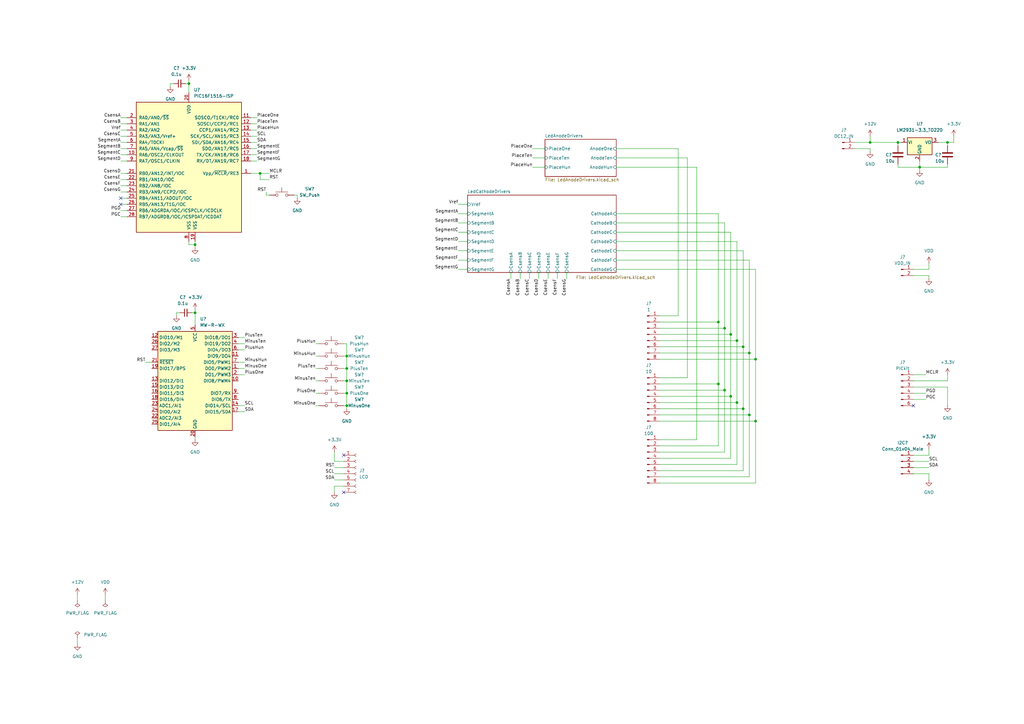
<source format=kicad_sch>
(kicad_sch (version 20211123) (generator eeschema)
  (paper "A3")
  (lib_symbols
    (symbol "Connector:Conn_01x02_Male" (pin_names (offset 1.016) hide)
      (property "Reference" "J" (at 0 2.54 0))
      (property "Value" "Conn_01x02_Male" (at 0 -5.08 0))
      (symbol "Conn_01x02_Male_1_1"
        (polyline (pts (xy 1.27 -2.54) (xy 0.8636 -2.54)) (stroke (width 0.1524)))
        (polyline (pts (xy 1.27 0) (xy 0.8636 0)) (stroke (width 0.1524)))
        (rectangle (start 0.8636 -2.413) (end 0 -2.667) (stroke (width 0.1524)) (fill (type outline)))
        (rectangle (start 0.8636 0.127) (end 0 -0.127) (stroke (width 0.1524)) (fill (type outline)))
        (pin passive line (at 5.08 0 180) (length 3.81) (name "Pin_1") (number "1"))
        (pin passive line (at 5.08 -2.54 180) (length 3.81) (name "Pin_2") (number "2"))
      )
    )
    (symbol "Connector:Conn_01x04_Male" (pin_names (offset 1.016) hide)
      (property "Reference" "J" (at 0 5.08 0))
      (property "Value" "Conn_01x04_Male" (at 0 -7.62 0))
      (symbol "Conn_01x04_Male_1_1"
        (polyline (pts (xy 1.27 -5.08) (xy 0.8636 -5.08)) (stroke (width 0.1524)))
        (polyline (pts (xy 1.27 -2.54) (xy 0.8636 -2.54)) (stroke (width 0.1524)))
        (polyline (pts (xy 1.27 0) (xy 0.8636 0)) (stroke (width 0.1524)))
        (polyline (pts (xy 1.27 2.54) (xy 0.8636 2.54)) (stroke (width 0.1524)))
        (rectangle (start 0.8636 -4.953) (end 0 -5.207) (stroke (width 0.1524)) (fill (type outline)))
        (rectangle (start 0.8636 -2.413) (end 0 -2.667) (stroke (width 0.1524)) (fill (type outline)))
        (rectangle (start 0.8636 0.127) (end 0 -0.127) (stroke (width 0.1524)) (fill (type outline)))
        (rectangle (start 0.8636 2.667) (end 0 2.413) (stroke (width 0.1524)) (fill (type outline)))
        (pin passive line (at 5.08 2.54 180) (length 3.81) (name "Pin_1") (number "1"))
        (pin passive line (at 5.08 0 180) (length 3.81) (name "Pin_2") (number "2"))
        (pin passive line (at 5.08 -2.54 180) (length 3.81) (name "Pin_3") (number "3"))
        (pin passive line (at 5.08 -5.08 180) (length 3.81) (name "Pin_4") (number "4"))
      )
    )
    (symbol "Connector:Conn_01x06_Male" (pin_names (offset 1.016) hide)
      (property "Reference" "J" (at 0 7.62 0))
      (property "Value" "Conn_01x06_Male" (at 0 -10.16 0))
      (symbol "Conn_01x06_Male_1_1"
        (polyline (pts (xy 1.27 -7.62) (xy 0.8636 -7.62)) (stroke (width 0.1524)))
        (polyline (pts (xy 1.27 -5.08) (xy 0.8636 -5.08)) (stroke (width 0.1524)))
        (polyline (pts (xy 1.27 -2.54) (xy 0.8636 -2.54)) (stroke (width 0.1524)))
        (polyline (pts (xy 1.27 0) (xy 0.8636 0)) (stroke (width 0.1524)))
        (polyline (pts (xy 1.27 2.54) (xy 0.8636 2.54)) (stroke (width 0.1524)))
        (polyline (pts (xy 1.27 5.08) (xy 0.8636 5.08)) (stroke (width 0.1524)))
        (rectangle (start 0.8636 -7.493) (end 0 -7.747) (stroke (width 0.1524)) (fill (type outline)))
        (rectangle (start 0.8636 -4.953) (end 0 -5.207) (stroke (width 0.1524)) (fill (type outline)))
        (rectangle (start 0.8636 -2.413) (end 0 -2.667) (stroke (width 0.1524)) (fill (type outline)))
        (rectangle (start 0.8636 0.127) (end 0 -0.127) (stroke (width 0.1524)) (fill (type outline)))
        (rectangle (start 0.8636 2.667) (end 0 2.413) (stroke (width 0.1524)) (fill (type outline)))
        (rectangle (start 0.8636 5.207) (end 0 4.953) (stroke (width 0.1524)) (fill (type outline)))
        (pin passive line (at 5.08 5.08 180) (length 3.81) (name "Pin_1") (number "1"))
        (pin passive line (at 5.08 2.54 180) (length 3.81) (name "Pin_2") (number "2"))
        (pin passive line (at 5.08 0 180) (length 3.81) (name "Pin_3") (number "3"))
        (pin passive line (at 5.08 -2.54 180) (length 3.81) (name "Pin_4") (number "4"))
        (pin passive line (at 5.08 -5.08 180) (length 3.81) (name "Pin_5") (number "5"))
        (pin passive line (at 5.08 -7.62 180) (length 3.81) (name "Pin_6") (number "6"))
      )
    )
    (symbol "Connector:Conn_01x07_Female" (pin_names (offset 1.016) hide)
      (property "Reference" "J" (at 0 10.16 0))
      (property "Value" "Conn_01x07_Female" (at 0 -10.16 0))
      (symbol "Conn_01x07_Female_1_1"
        (arc (start 0 -7.112) (mid -0.508 -7.62) (end 0 -8.128) (stroke (width 0.1524)))
        (arc (start 0 -4.572) (mid -0.508 -5.08) (end 0 -5.588) (stroke (width 0.1524)))
        (arc (start 0 -2.032) (mid -0.508 -2.54) (end 0 -3.048) (stroke (width 0.1524)))
        (polyline (pts (xy -1.27 -7.62) (xy -0.508 -7.62)) (stroke (width 0.1524)))
        (polyline (pts (xy -1.27 -5.08) (xy -0.508 -5.08)) (stroke (width 0.1524)))
        (polyline (pts (xy -1.27 -2.54) (xy -0.508 -2.54)) (stroke (width 0.1524)))
        (polyline (pts (xy -1.27 0) (xy -0.508 0)) (stroke (width 0.1524)))
        (polyline (pts (xy -1.27 2.54) (xy -0.508 2.54)) (stroke (width 0.1524)))
        (polyline (pts (xy -1.27 5.08) (xy -0.508 5.08)) (stroke (width 0.1524)))
        (polyline (pts (xy -1.27 7.62) (xy -0.508 7.62)) (stroke (width 0.1524)))
        (arc (start 0 0.508) (mid -0.508 0) (end 0 -0.508) (stroke (width 0.1524)))
        (arc (start 0 3.048) (mid -0.508 2.54) (end 0 2.032) (stroke (width 0.1524)))
        (arc (start 0 5.588) (mid -0.508 5.08) (end 0 4.572) (stroke (width 0.1524)))
        (arc (start 0 8.128) (mid -0.508 7.62) (end 0 7.112) (stroke (width 0.1524)))
        (pin passive line (at -5.08 7.62 0) (length 3.81) (name "Pin_1") (number "1"))
        (pin passive line (at -5.08 5.08 0) (length 3.81) (name "Pin_2") (number "2"))
        (pin passive line (at -5.08 2.54 0) (length 3.81) (name "Pin_3") (number "3"))
        (pin passive line (at -5.08 0 0) (length 3.81) (name "Pin_4") (number "4"))
        (pin passive line (at -5.08 -2.54 0) (length 3.81) (name "Pin_5") (number "5"))
        (pin passive line (at -5.08 -5.08 0) (length 3.81) (name "Pin_6") (number "6"))
        (pin passive line (at -5.08 -7.62 0) (length 3.81) (name "Pin_7") (number "7"))
      )
    )
    (symbol "Connector:Conn_01x08_Male" (pin_names (offset 1.016) hide)
      (property "Reference" "J" (at 0 10.16 0))
      (property "Value" "Conn_01x08_Male" (at 0 -12.7 0))
      (symbol "Conn_01x08_Male_1_1"
        (polyline (pts (xy 1.27 -10.16) (xy 0.8636 -10.16)) (stroke (width 0.1524)))
        (polyline (pts (xy 1.27 -7.62) (xy 0.8636 -7.62)) (stroke (width 0.1524)))
        (polyline (pts (xy 1.27 -5.08) (xy 0.8636 -5.08)) (stroke (width 0.1524)))
        (polyline (pts (xy 1.27 -2.54) (xy 0.8636 -2.54)) (stroke (width 0.1524)))
        (polyline (pts (xy 1.27 0) (xy 0.8636 0)) (stroke (width 0.1524)))
        (polyline (pts (xy 1.27 2.54) (xy 0.8636 2.54)) (stroke (width 0.1524)))
        (polyline (pts (xy 1.27 5.08) (xy 0.8636 5.08)) (stroke (width 0.1524)))
        (polyline (pts (xy 1.27 7.62) (xy 0.8636 7.62)) (stroke (width 0.1524)))
        (rectangle (start 0.8636 -10.033) (end 0 -10.287) (stroke (width 0.1524)) (fill (type outline)))
        (rectangle (start 0.8636 -7.493) (end 0 -7.747) (stroke (width 0.1524)) (fill (type outline)))
        (rectangle (start 0.8636 -4.953) (end 0 -5.207) (stroke (width 0.1524)) (fill (type outline)))
        (rectangle (start 0.8636 -2.413) (end 0 -2.667) (stroke (width 0.1524)) (fill (type outline)))
        (rectangle (start 0.8636 0.127) (end 0 -0.127) (stroke (width 0.1524)) (fill (type outline)))
        (rectangle (start 0.8636 2.667) (end 0 2.413) (stroke (width 0.1524)) (fill (type outline)))
        (rectangle (start 0.8636 5.207) (end 0 4.953) (stroke (width 0.1524)) (fill (type outline)))
        (rectangle (start 0.8636 7.747) (end 0 7.493) (stroke (width 0.1524)) (fill (type outline)))
        (pin passive line (at 5.08 7.62 180) (length 3.81) (name "Pin_1") (number "1"))
        (pin passive line (at 5.08 5.08 180) (length 3.81) (name "Pin_2") (number "2"))
        (pin passive line (at 5.08 2.54 180) (length 3.81) (name "Pin_3") (number "3"))
        (pin passive line (at 5.08 0 180) (length 3.81) (name "Pin_4") (number "4"))
        (pin passive line (at 5.08 -2.54 180) (length 3.81) (name "Pin_5") (number "5"))
        (pin passive line (at 5.08 -5.08 180) (length 3.81) (name "Pin_6") (number "6"))
        (pin passive line (at 5.08 -7.62 180) (length 3.81) (name "Pin_7") (number "7"))
        (pin passive line (at 5.08 -10.16 180) (length 3.81) (name "Pin_8") (number "8"))
      )
    )
    (symbol "Device:C" (pin_numbers hide) (pin_names (offset 0.254))
      (property "Reference" "C" (at 0.635 2.54 0))
      (property "Value" "C" (at 0.635 -2.54 0))
      (symbol "C_0_1"
        (polyline (pts (xy -2.032 -0.762) (xy 2.032 -0.762)) (stroke (width 0.508)))
        (polyline (pts (xy -2.032 0.762) (xy 2.032 0.762)) (stroke (width 0.508)))
      )
      (symbol "C_1_1"
        (pin passive line (at 0 3.81 270) (length 2.794) (name "~") (number "1"))
        (pin passive line (at 0 -3.81 90) (length 2.794) (name "~") (number "2"))
      )
    )
    (symbol "Device:C_Small" (pin_numbers hide) (pin_names (offset 0.254) hide)
      (property "Reference" "C" (at 0.254 1.778 0))
      (property "Value" "C_Small" (at 0.254 -2.032 0))
      (symbol "C_Small_0_1"
        (polyline (pts (xy -1.524 -0.508) (xy 1.524 -0.508)) (stroke (width 0.3302)))
        (polyline (pts (xy -1.524 0.508) (xy 1.524 0.508)) (stroke (width 0.3048)))
      )
      (symbol "C_Small_1_1"
        (pin passive line (at 0 2.54 270) (length 2.032) (name "~") (number "1"))
        (pin passive line (at 0 -2.54 90) (length 2.032) (name "~") (number "2"))
      )
    )
    (symbol "MCU_Microchip_PIC16:PIC16F1516-ISP" (pin_names (offset 1.016))
      (property "Reference" "U" (at 5.08 30.48 0))
      (property "Value" "PIC16F1516-ISP" (at 5.08 27.94 0))
      (symbol "PIC16F1516-ISP_0_1"
        (rectangle (start -21.59 26.67) (end 21.59 -26.67) (stroke (width 0.254)) (fill (type background)))
      )
      (symbol "PIC16F1516-ISP_1_1"
        (pin input line (at 25.4 -2.54 180) (length 3.81) (name "Vpp/~{MCLR}/RE3") (number "1"))
        (pin bidirectional line (at -25.4 5.08 0) (length 3.81) (name "RA6/OSC2/CLKOUT") (number "10"))
        (pin bidirectional line (at 25.4 20.32 180) (length 3.81) (name "SOSCO/T1CKI/RC0") (number "11"))
        (pin bidirectional line (at 25.4 17.78 180) (length 3.81) (name "SOSCI/CCP2/RC1") (number "12"))
        (pin bidirectional line (at 25.4 15.24 180) (length 3.81) (name "CCP1/AN14/RC2") (number "13"))
        (pin bidirectional line (at 25.4 12.7 180) (length 3.81) (name "SCK/SCL/AN15/RC3") (number "14"))
        (pin bidirectional line (at 25.4 10.16 180) (length 3.81) (name "SDI/SDA/AN16/RC4") (number "15"))
        (pin bidirectional line (at 25.4 7.62 180) (length 3.81) (name "SDO/AN17/RC5") (number "16"))
        (pin bidirectional line (at 25.4 5.08 180) (length 3.81) (name "TX/CK/AN18/RC6") (number "17"))
        (pin bidirectional line (at 25.4 2.54 180) (length 3.81) (name "RX/DT/AN19/RC7") (number "18"))
        (pin power_in line (at 2.54 -30.48 90) (length 3.81) (name "VSS") (number "19"))
        (pin bidirectional line (at -25.4 20.32 0) (length 3.81) (name "RA0/AN0/~{SS}") (number "2"))
        (pin power_in line (at 0 30.48 270) (length 3.81) (name "VDD") (number "20"))
        (pin bidirectional line (at -25.4 -2.54 0) (length 3.81) (name "RB0/AN12/INT/IOC") (number "21"))
        (pin bidirectional line (at -25.4 -5.08 0) (length 3.81) (name "RB1/AN10/IOC") (number "22"))
        (pin bidirectional line (at -25.4 -7.62 0) (length 3.81) (name "RB2/AN8/IOC") (number "23"))
        (pin bidirectional line (at -25.4 -10.16 0) (length 3.81) (name "RB3/AN9/CCP2/IOC") (number "24"))
        (pin bidirectional line (at -25.4 -12.7 0) (length 3.81) (name "RB4/AN11/ADOUT/IOC") (number "25"))
        (pin bidirectional line (at -25.4 -15.24 0) (length 3.81) (name "RB5/AN13/T1G/IOC") (number "26"))
        (pin bidirectional line (at -25.4 -17.78 0) (length 3.81) (name "RB6/ADGRDA/IOC/ICSPCLK/ICDCLK") (number "27"))
        (pin bidirectional line (at -25.4 -20.32 0) (length 3.81) (name "RB7/ADGRDB/IOC/ICSPDAT/ICDDAT") (number "28"))
        (pin bidirectional line (at -25.4 17.78 0) (length 3.81) (name "RA1/AN1") (number "3"))
        (pin bidirectional line (at -25.4 15.24 0) (length 3.81) (name "RA2/AN2") (number "4"))
        (pin bidirectional line (at -25.4 12.7 0) (length 3.81) (name "RA3/AN3/Vref+") (number "5"))
        (pin bidirectional line (at -25.4 10.16 0) (length 3.81) (name "RA4/T0CKI") (number "6"))
        (pin bidirectional line (at -25.4 7.62 0) (length 3.81) (name "RA5/AN4/Vcap/~{SS}") (number "7"))
        (pin power_in line (at 0 -30.48 90) (length 3.81) (name "VSS") (number "8"))
        (pin bidirectional line (at -25.4 2.54 0) (length 3.81) (name "RA7/OSC1/CLKIN") (number "9"))
      )
    )
    (symbol "RF_ZigBee:MW-R-WX"
      (property "Reference" "U" (at -11.43 21.59 0))
      (property "Value" "MW-R-WX" (at 7.62 21.59 0))
      (symbol "MW-R-WX_1_0"
        (rectangle (start -15.24 -20.32) (end 15.24 20.32) (stroke (width 0.254)) (fill (type background)))
      )
      (symbol "MW-R-WX_1_1"
        (pin output line (at 17.78 5.08 180) (length 2.54) (name "DO0/PWM2") (number "1"))
        (pin bidirectional line (at 17.78 0 180) (length 2.54) (name "DIO8/PWM4") (number "10"))
        (pin bidirectional line (at 17.78 10.16 180) (length 2.54) (name "DIO9/DO4") (number "11"))
        (pin bidirectional line (at -17.78 17.78 0) (length 2.54) (name "DIO10/M1") (number "12"))
        (pin bidirectional line (at -17.78 0 0) (length 2.54) (name "DIO12/DI1") (number "13"))
        (pin bidirectional line (at 17.78 -10.16 180) (length 2.54) (name "DIO14/SCL") (number "14"))
        (pin bidirectional line (at -17.78 -2.54 0) (length 2.54) (name "DIO13/DI2") (number "15"))
        (pin bidirectional line (at -17.78 -5.08 0) (length 2.54) (name "DIO11/DI3") (number "16"))
        (pin bidirectional line (at 17.78 -12.7 180) (length 2.54) (name "DIO15/SDA") (number "17"))
        (pin bidirectional line (at -17.78 -7.62 0) (length 2.54) (name "DIO16/DI4") (number "18"))
        (pin bidirectional line (at -17.78 5.08 0) (length 2.54) (name "DIO17/BPS") (number "19"))
        (pin bidirectional line (at 17.78 2.54 180) (length 2.54) (name "DO1/PWM3") (number "2"))
        (pin power_in line (at 0 -22.86 90) (length 2.54) (name "GND") (number "20"))
        (pin input line (at -17.78 7.62 0) (length 2.54) (name "~{RESET}") (number "21"))
        (pin input line (at -17.78 -15.24 0) (length 2.54) (name "ADC2/AI3") (number "22"))
        (pin input line (at -17.78 -10.16 0) (length 2.54) (name "ADC1/AI1") (number "23"))
        (pin bidirectional line (at -17.78 -12.7 0) (length 2.54) (name "DIO0/AI2") (number "24"))
        (pin bidirectional line (at -17.78 -17.78 0) (length 2.54) (name "DIO1/AI4") (number "25"))
        (pin bidirectional line (at -17.78 15.24 0) (length 2.54) (name "DIO2/M2") (number "26"))
        (pin bidirectional line (at -17.78 12.7 0) (length 2.54) (name "DIO3/M3") (number "27"))
        (pin passive line (at 0 -22.86 90) (length 2.54) hide (name "GND") (number "28"))
        (pin no_connect line (at 15.24 -17.78 180) (length 2.54) hide (name "NC") (number "29"))
        (pin bidirectional line (at 17.78 17.78 180) (length 2.54) (name "DIO18/DO1") (number "3"))
        (pin passive line (at 0 -22.86 90) (length 2.54) hide (name "GND") (number "30"))
        (pin passive line (at 0 -22.86 90) (length 2.54) hide (name "GND") (number "31"))
        (pin passive line (at 0 -22.86 90) (length 2.54) hide (name "GND") (number "32"))
        (pin bidirectional line (at 17.78 15.24 180) (length 2.54) (name "DIO19/DO2") (number "4"))
        (pin power_in line (at 0 22.86 270) (length 2.54) (name "VCC") (number "5"))
        (pin bidirectional line (at 17.78 12.7 180) (length 2.54) (name "DIO4/DO3") (number "6"))
        (pin bidirectional line (at 17.78 7.62 180) (length 2.54) (name "DIO5/PWM1") (number "7"))
        (pin bidirectional line (at 17.78 -7.62 180) (length 2.54) (name "DIO6/TX") (number "8"))
        (pin bidirectional line (at 17.78 -5.08 180) (length 2.54) (name "DIO7/RX") (number "9"))
      )
    )
    (symbol "Regulator_Linear:LM2931-3.3_TO220" (pin_names (offset 0.254))
      (property "Reference" "U" (at -3.81 3.175 0))
      (property "Value" "LM2931-3.3_TO220" (at 0 3.175 0))
      (symbol "LM2931-3.3_TO220_0_1"
        (rectangle (start -5.08 1.905) (end 5.08 -5.08) (stroke (width 0.254)) (fill (type background)))
      )
      (symbol "LM2931-3.3_TO220_1_1"
        (pin power_in line (at -7.62 0 0) (length 2.54) (name "VI") (number "1"))
        (pin power_in line (at 0 -7.62 90) (length 2.54) (name "GND") (number "2"))
        (pin power_out line (at 7.62 0 180) (length 2.54) (name "VO") (number "3"))
      )
    )
    (symbol "Switch:SW_Push" (pin_numbers hide) (pin_names (offset 1.016) hide)
      (property "Reference" "SW" (at 1.27 2.54 0))
      (property "Value" "SW_Push" (at 0 -1.524 0))
      (symbol "SW_Push_0_1"
        (circle (center -2.032 0) (radius 0.508))
        (polyline (pts (xy 0 1.27) (xy 0 3.048)))
        (polyline (pts (xy 2.54 1.27) (xy -2.54 1.27)))
        (circle (center 2.032 0) (radius 0.508))
        (pin passive line (at -5.08 0 0) (length 2.54) (name "1") (number "1"))
        (pin passive line (at 5.08 0 180) (length 2.54) (name "2") (number "2"))
      )
    )
    (symbol "power:+12V" (power) (pin_names (offset 0))
      (property "Value" "+12V" (at 0 3.556 0))
      (symbol "+12V_0_1"
        (polyline (pts (xy -0.762 1.27) (xy 0 2.54)))
        (polyline (pts (xy 0 0) (xy 0 2.54)))
        (polyline (pts (xy 0 2.54) (xy 0.762 1.27)))
      )
      (symbol "+12V_1_1"
        (pin power_in line (at 0 0 90) (length 0) hide (name "+12V") (number "1"))
      )
    )
    (symbol "power:+3.3V" (power) (pin_names (offset 0))
      (property "Value" "+3.3V" (at 0 3.556 0))
      (symbol "+3.3V_0_1"
        (polyline (pts (xy -0.762 1.27) (xy 0 2.54)))
        (polyline (pts (xy 0 0) (xy 0 2.54)))
        (polyline (pts (xy 0 2.54) (xy 0.762 1.27)))
      )
      (symbol "+3.3V_1_1"
        (pin power_in line (at 0 0 90) (length 0) hide (name "+3.3V") (number "1"))
      )
    )
    (symbol "power:GND" (power) (pin_names (offset 0))
      (property "Value" "GND" (at 0 -3.81 0))
      (symbol "GND_0_1"
        (polyline (pts (xy 0 0) (xy 0 -1.27) (xy 1.27 -1.27) (xy 0 -2.54) (xy -1.27 -1.27) (xy 0 -1.27)))
      )
      (symbol "GND_1_1"
        (pin power_in line (at 0 0 270) (length 0) hide (name "GND") (number "1"))
      )
    )
    (symbol "power:PWR_FLAG" (power) (pin_numbers hide) (pin_names (offset 0) hide)
      (property "Value" "PWR_FLAG" (at 0 3.81 0))
      (symbol "PWR_FLAG_0_0"
        (pin power_out line (at 0 0 90) (length 0) (name "pwr") (number "1"))
      )
      (symbol "PWR_FLAG_0_1"
        (polyline (pts (xy 0 0) (xy 0 1.27) (xy -1.016 1.905) (xy 0 2.54) (xy 1.016 1.905) (xy 0 1.27)))
      )
    )
    (symbol "power:VDD" (power) (pin_names (offset 0))
      (property "Value" "VDD" (at 0 3.81 0))
      (symbol "VDD_0_1"
        (polyline (pts (xy -0.762 1.27) (xy 0 2.54)))
        (polyline (pts (xy 0 0) (xy 0 2.54)))
        (polyline (pts (xy 0 2.54) (xy 0.762 1.27)))
      )
      (symbol "VDD_1_1"
        (pin power_in line (at 0 0 90) (length 0) hide (name "VDD") (number "1"))
      )
    )
  )
  (junction (at 294.64 132.08))
  (junction (at 297.18 160.02))
  (junction (at 142.24 156.21))
  (junction (at 377.19 68.58))
  (junction (at 142.24 151.13))
  (junction (at 297.18 134.62))
  (junction (at 356.87 58.42))
  (junction (at 307.34 170.18))
  (junction (at 80.01 128.27))
  (junction (at 77.47 34.29))
  (junction (at 294.64 157.48))
  (junction (at 304.8 142.24))
  (junction (at 142.24 161.29))
  (junction (at 142.24 166.37))
  (junction (at 302.26 139.7))
  (junction (at 106.68 71.12))
  (junction (at 368.3 58.42))
  (junction (at 299.72 162.56))
  (junction (at 142.24 146.05))
  (junction (at 307.34 144.78))
  (junction (at 299.72 137.16))
  (junction (at 388.62 58.42))
  (junction (at 304.8 167.64))
  (junction (at 80.01 100.33))
  (junction (at 309.88 172.72))
  (junction (at 302.26 165.1))
  (junction (at 309.88 147.32))
  (no_connect (at 49.53 81.28))
  (no_connect (at 49.53 83.82))
  (no_connect (at 140.97 201.93))
  (no_connect (at 140.97 186.69))
  (no_connect (at 374.65 166.37))
  (wire (pts (xy 307.34 170.18) (xy 307.34 144.78)))
  (wire (pts (xy 270.51 144.78) (xy 307.34 144.78)))
  (wire (pts (xy 49.53 86.36) (xy 52.07 86.36)))
  (wire (pts (xy 49.53 50.8) (xy 52.07 50.8)))
  (wire (pts (xy 281.94 64.77) (xy 281.94 154.94)))
  (wire (pts (xy 72.39 128.27) (xy 72.39 129.54)))
  (wire (pts (xy 187.96 83.82) (xy 191.77 83.82)))
  (wire (pts (xy 49.53 60.96) (xy 52.07 60.96)))
  (wire (pts (xy 97.79 153.67) (xy 100.33 153.67)))
  (wire (pts (xy 213.36 111.76) (xy 213.36 114.3)))
  (wire (pts (xy 304.8 167.64) (xy 304.8 142.24)))
  (wire (pts (xy 252.73 102.87) (xy 304.8 102.87)))
  (wire (pts (xy 73.66 128.27) (xy 72.39 128.27)))
  (wire (pts (xy 381 107.95) (xy 381 110.49)))
  (wire (pts (xy 297.18 91.44) (xy 297.18 134.62)))
  (wire (pts (xy 142.24 166.37) (xy 142.24 161.29)))
  (wire (pts (xy 102.87 58.42) (xy 105.41 58.42)))
  (wire (pts (xy 129.54 151.13) (xy 130.81 151.13)))
  (wire (pts (xy 374.65 189.23) (xy 381 189.23)))
  (wire (pts (xy 121.92 81.28) (xy 121.92 80.01)))
  (wire (pts (xy 77.47 33.02) (xy 77.47 34.29)))
  (wire (pts (xy 307.34 106.68) (xy 252.73 106.68)))
  (wire (pts (xy 270.51 139.7) (xy 302.26 139.7)))
  (wire (pts (xy 270.51 160.02) (xy 297.18 160.02)))
  (wire (pts (xy 97.79 148.59) (xy 100.33 148.59)))
  (wire (pts (xy 356.87 58.42) (xy 350.52 58.42)))
  (wire (pts (xy 388.62 166.37) (xy 388.62 158.75)))
  (wire (pts (xy 129.54 156.21) (xy 130.81 156.21)))
  (wire (pts (xy 252.73 110.49) (xy 309.88 110.49)))
  (wire (pts (xy 137.16 185.42) (xy 137.16 189.23)))
  (wire (pts (xy 252.73 95.25) (xy 299.72 95.25)))
  (wire (pts (xy 294.64 132.08) (xy 294.64 157.48)))
  (wire (pts (xy 187.96 110.49) (xy 191.77 110.49)))
  (wire (pts (xy 368.3 68.58) (xy 368.3 67.31)))
  (wire (pts (xy 140.97 151.13) (xy 142.24 151.13)))
  (wire (pts (xy 307.34 195.58) (xy 307.34 170.18)))
  (wire (pts (xy 356.87 55.88) (xy 356.87 58.42)))
  (wire (pts (xy 142.24 151.13) (xy 142.24 156.21)))
  (wire (pts (xy 299.72 95.25) (xy 299.72 137.16)))
  (wire (pts (xy 31.75 261.62) (xy 31.75 264.16)))
  (wire (pts (xy 368.3 58.42) (xy 369.57 58.42)))
  (wire (pts (xy 368.3 58.42) (xy 368.3 59.69)))
  (wire (pts (xy 307.34 106.68) (xy 307.34 144.78)))
  (wire (pts (xy 137.16 194.31) (xy 140.97 194.31)))
  (wire (pts (xy 281.94 64.77) (xy 252.73 64.77)))
  (wire (pts (xy 106.68 71.12) (xy 110.49 71.12)))
  (wire (pts (xy 374.65 186.69) (xy 381 186.69)))
  (wire (pts (xy 49.53 58.42) (xy 52.07 58.42)))
  (wire (pts (xy 209.55 111.76) (xy 209.55 114.3)))
  (wire (pts (xy 102.87 50.8) (xy 105.41 50.8)))
  (wire (pts (xy 379.73 163.83) (xy 374.65 163.83)))
  (wire (pts (xy 137.16 196.85) (xy 140.97 196.85)))
  (wire (pts (xy 121.92 80.01) (xy 120.65 80.01)))
  (wire (pts (xy 270.51 142.24) (xy 304.8 142.24)))
  (wire (pts (xy 49.53 88.9) (xy 52.07 88.9)))
  (wire (pts (xy 102.87 48.26) (xy 105.41 48.26)))
  (wire (pts (xy 187.96 99.06) (xy 191.77 99.06)))
  (wire (pts (xy 270.51 182.88) (xy 294.64 182.88)))
  (wire (pts (xy 142.24 140.97) (xy 142.24 146.05)))
  (wire (pts (xy 270.51 180.34) (xy 285.75 180.34)))
  (wire (pts (xy 252.73 87.63) (xy 294.64 87.63)))
  (wire (pts (xy 379.73 161.29) (xy 374.65 161.29)))
  (wire (pts (xy 297.18 185.42) (xy 297.18 160.02)))
  (wire (pts (xy 109.22 78.74) (xy 109.22 80.01)))
  (wire (pts (xy 106.68 71.12) (xy 106.68 73.66)))
  (wire (pts (xy 187.96 102.87) (xy 191.77 102.87)))
  (wire (pts (xy 80.01 99.06) (xy 80.01 100.33)))
  (wire (pts (xy 278.13 60.96) (xy 278.13 129.54)))
  (wire (pts (xy 78.74 128.27) (xy 80.01 128.27)))
  (wire (pts (xy 140.97 156.21) (xy 142.24 156.21)))
  (wire (pts (xy 381 113.03) (xy 374.65 113.03)))
  (wire (pts (xy 381 110.49) (xy 374.65 110.49)))
  (wire (pts (xy 228.6 111.76) (xy 228.6 114.3)))
  (wire (pts (xy 285.75 68.58) (xy 285.75 180.34)))
  (wire (pts (xy 304.8 193.04) (xy 304.8 167.64)))
  (wire (pts (xy 391.16 55.88) (xy 391.16 58.42)))
  (wire (pts (xy 142.24 167.64) (xy 142.24 166.37)))
  (wire (pts (xy 49.53 76.2) (xy 52.07 76.2)))
  (wire (pts (xy 110.49 73.66) (xy 106.68 73.66)))
  (wire (pts (xy 270.51 185.42) (xy 297.18 185.42)))
  (wire (pts (xy 49.53 53.34) (xy 52.07 53.34)))
  (wire (pts (xy 137.16 191.77) (xy 140.97 191.77)))
  (wire (pts (xy 388.62 153.67) (xy 388.62 156.21)))
  (wire (pts (xy 102.87 53.34) (xy 105.41 53.34)))
  (wire (pts (xy 388.62 68.58) (xy 388.62 67.31)))
  (wire (pts (xy 270.51 157.48) (xy 294.64 157.48)))
  (wire (pts (xy 97.79 168.91) (xy 100.33 168.91)))
  (wire (pts (xy 377.19 68.58) (xy 377.19 69.85)))
  (wire (pts (xy 252.73 60.96) (xy 278.13 60.96)))
  (wire (pts (xy 137.16 199.39) (xy 140.97 199.39)))
  (wire (pts (xy 388.62 158.75) (xy 374.65 158.75)))
  (wire (pts (xy 270.51 147.32) (xy 309.88 147.32)))
  (wire (pts (xy 297.18 160.02) (xy 297.18 134.62)))
  (wire (pts (xy 309.88 110.49) (xy 309.88 147.32)))
  (wire (pts (xy 43.18 243.84) (xy 43.18 246.38)))
  (wire (pts (xy 252.73 91.44) (xy 297.18 91.44)))
  (wire (pts (xy 137.16 201.93) (xy 137.16 199.39)))
  (wire (pts (xy 129.54 140.97) (xy 130.81 140.97)))
  (wire (pts (xy 49.53 48.26) (xy 52.07 48.26)))
  (wire (pts (xy 71.12 34.29) (xy 69.85 34.29)))
  (wire (pts (xy 299.72 187.96) (xy 299.72 162.56)))
  (wire (pts (xy 377.19 68.58) (xy 368.3 68.58)))
  (wire (pts (xy 102.87 55.88) (xy 105.41 55.88)))
  (wire (pts (xy 388.62 58.42) (xy 384.81 58.42)))
  (wire (pts (xy 302.26 99.06) (xy 252.73 99.06)))
  (wire (pts (xy 77.47 100.33) (xy 80.01 100.33)))
  (wire (pts (xy 142.24 146.05) (xy 142.24 151.13)))
  (wire (pts (xy 302.26 99.06) (xy 302.26 139.7)))
  (wire (pts (xy 270.51 187.96) (xy 299.72 187.96)))
  (wire (pts (xy 140.97 140.97) (xy 142.24 140.97)))
  (wire (pts (xy 49.53 73.66) (xy 52.07 73.66)))
  (wire (pts (xy 69.85 34.29) (xy 69.85 35.56)))
  (wire (pts (xy 76.2 34.29) (xy 77.47 34.29)))
  (wire (pts (xy 294.64 157.48) (xy 294.64 182.88)))
  (wire (pts (xy 309.88 172.72) (xy 309.88 147.32)))
  (wire (pts (xy 102.87 71.12) (xy 106.68 71.12)))
  (wire (pts (xy 381 194.31) (xy 374.65 194.31)))
  (wire (pts (xy 356.87 60.96) (xy 350.52 60.96)))
  (wire (pts (xy 49.53 63.5) (xy 52.07 63.5)))
  (wire (pts (xy 97.79 166.37) (xy 100.33 166.37)))
  (wire (pts (xy 80.01 100.33) (xy 80.01 101.6)))
  (wire (pts (xy 220.98 111.76) (xy 220.98 114.3)))
  (wire (pts (xy 377.19 66.04) (xy 377.19 68.58)))
  (wire (pts (xy 102.87 60.96) (xy 105.41 60.96)))
  (wire (pts (xy 356.87 62.23) (xy 356.87 60.96)))
  (wire (pts (xy 356.87 58.42) (xy 368.3 58.42)))
  (wire (pts (xy 77.47 99.06) (xy 77.47 100.33)))
  (wire (pts (xy 302.26 165.1) (xy 302.26 139.7)))
  (wire (pts (xy 80.01 127) (xy 80.01 128.27)))
  (wire (pts (xy 59.69 148.59) (xy 62.23 148.59)))
  (wire (pts (xy 381 186.69) (xy 381 184.15)))
  (wire (pts (xy 281.94 154.94) (xy 270.51 154.94)))
  (wire (pts (xy 374.65 191.77) (xy 381 191.77)))
  (wire (pts (xy 377.19 68.58) (xy 388.62 68.58)))
  (wire (pts (xy 142.24 156.21) (xy 142.24 161.29)))
  (wire (pts (xy 218.44 68.58) (xy 223.52 68.58)))
  (wire (pts (xy 49.53 78.74) (xy 52.07 78.74)))
  (wire (pts (xy 77.47 34.29) (xy 77.47 38.1)))
  (wire (pts (xy 270.51 190.5) (xy 302.26 190.5)))
  (wire (pts (xy 278.13 129.54) (xy 270.51 129.54)))
  (wire (pts (xy 270.51 162.56) (xy 299.72 162.56)))
  (wire (pts (xy 97.79 138.43) (xy 100.33 138.43)))
  (wire (pts (xy 270.51 134.62) (xy 297.18 134.62)))
  (wire (pts (xy 102.87 63.5) (xy 105.41 63.5)))
  (wire (pts (xy 137.16 189.23) (xy 140.97 189.23)))
  (wire (pts (xy 80.01 128.27) (xy 80.01 133.35)))
  (wire (pts (xy 270.51 170.18) (xy 307.34 170.18)))
  (wire (pts (xy 270.51 132.08) (xy 294.64 132.08)))
  (wire (pts (xy 232.41 111.76) (xy 232.41 114.3)))
  (wire (pts (xy 31.75 243.84) (xy 31.75 246.38)))
  (wire (pts (xy 97.79 143.51) (xy 100.33 143.51)))
  (wire (pts (xy 388.62 59.69) (xy 388.62 58.42)))
  (wire (pts (xy 309.88 198.12) (xy 309.88 172.72)))
  (wire (pts (xy 97.79 140.97) (xy 100.33 140.97)))
  (wire (pts (xy 109.22 80.01) (xy 110.49 80.01)))
  (wire (pts (xy 80.01 179.07) (xy 80.01 180.34)))
  (wire (pts (xy 388.62 156.21) (xy 374.65 156.21)))
  (wire (pts (xy 270.51 193.04) (xy 304.8 193.04)))
  (wire (pts (xy 299.72 162.56) (xy 299.72 137.16)))
  (wire (pts (xy 270.51 165.1) (xy 302.26 165.1)))
  (wire (pts (xy 140.97 146.05) (xy 142.24 146.05)))
  (wire (pts (xy 270.51 167.64) (xy 304.8 167.64)))
  (wire (pts (xy 224.79 111.76) (xy 224.79 114.3)))
  (wire (pts (xy 381 114.3) (xy 381 113.03)))
  (wire (pts (xy 294.64 87.63) (xy 294.64 132.08)))
  (wire (pts (xy 49.53 66.04) (xy 52.07 66.04)))
  (wire (pts (xy 270.51 172.72) (xy 309.88 172.72)))
  (wire (pts (xy 374.65 153.67) (xy 379.73 153.67)))
  (wire (pts (xy 97.79 151.13) (xy 100.33 151.13)))
  (wire (pts (xy 304.8 102.87) (xy 304.8 142.24)))
  (wire (pts (xy 187.96 91.44) (xy 191.77 91.44)))
  (wire (pts (xy 187.96 106.68) (xy 191.77 106.68)))
  (wire (pts (xy 218.44 64.77) (xy 223.52 64.77)))
  (wire (pts (xy 129.54 161.29) (xy 130.81 161.29)))
  (wire (pts (xy 129.54 166.37) (xy 130.81 166.37)))
  (wire (pts (xy 285.75 68.58) (xy 252.73 68.58)))
  (wire (pts (xy 129.54 146.05) (xy 130.81 146.05)))
  (wire (pts (xy 218.44 60.96) (xy 223.52 60.96)))
  (wire (pts (xy 49.53 83.82) (xy 52.07 83.82)))
  (wire (pts (xy 270.51 198.12) (xy 309.88 198.12)))
  (wire (pts (xy 270.51 137.16) (xy 299.72 137.16)))
  (wire (pts (xy 187.96 95.25) (xy 191.77 95.25)))
  (wire (pts (xy 142.24 161.29) (xy 140.97 161.29)))
  (wire (pts (xy 49.53 55.88) (xy 52.07 55.88)))
  (wire (pts (xy 102.87 66.04) (xy 105.41 66.04)))
  (wire (pts (xy 142.24 166.37) (xy 140.97 166.37)))
  (wire (pts (xy 49.53 71.12) (xy 52.07 71.12)))
  (wire (pts (xy 302.26 190.5) (xy 302.26 165.1)))
  (wire (pts (xy 49.53 81.28) (xy 52.07 81.28)))
  (wire (pts (xy 217.17 111.76) (xy 217.17 114.3)))
  (wire (pts (xy 270.51 195.58) (xy 307.34 195.58)))
  (wire (pts (xy 381 196.85) (xy 381 194.31)))
  (wire (pts (xy 391.16 58.42) (xy 388.62 58.42)))
  (wire (pts (xy 187.96 87.63) (xy 191.77 87.63)))
  (label "PlaceHun" (at 218.44 68.58 180))
  (label "RST" (at 59.69 148.59 180))
  (label "PlusHun" (at 129.54 140.97 180))
  (label "SegmentG" (at 105.41 66.04 0))
  (label "PlusOne" (at 100.33 153.67 0))
  (label "CsensF" (at 49.53 76.2 180))
  (label "PlusTen" (at 100.33 138.43 0))
  (label "CsensA" (at 209.55 114.3 270))
  (label "SCL" (at 100.33 166.37 0))
  (label "MinusTen" (at 129.54 156.21 180))
  (label "SegmentA" (at 187.96 87.63 180))
  (label "CsensF" (at 228.6 114.3 270))
  (label "PlaceOne" (at 105.41 48.26 0))
  (label "SegmentC" (at 49.53 63.5 180))
  (label "CsensD" (at 49.53 71.12 180))
  (label "CsensG" (at 49.53 78.74 180))
  (label "SDA" (at 105.41 58.42 0))
  (label "SDA" (at 381 191.77 0))
  (label "CsensC" (at 217.17 114.3 270))
  (label "PlaceOne" (at 218.44 60.96 180))
  (label "SegmentG" (at 187.96 110.49 180))
  (label "SegmentD" (at 49.53 66.04 180))
  (label "RST" (at 109.22 78.74 180))
  (label "SCL" (at 381 189.23 0))
  (label "SCL" (at 137.16 194.31 180))
  (label "SegmentE" (at 187.96 102.87 180))
  (label "CsensE" (at 224.79 114.3 270))
  (label "PlaceHun" (at 105.41 53.34 0))
  (label "PGC" (at 379.73 163.83 0))
  (label "PlusTen" (at 129.54 151.13 180))
  (label "RST" (at 137.16 191.77 180))
  (label "SegmentF" (at 105.41 63.5 0))
  (label "SegmentE" (at 105.41 60.96 0))
  (label "SegmentD" (at 187.96 99.06 180))
  (label "SegmentB" (at 187.96 91.44 180))
  (label "MCLR" (at 379.73 153.67 0))
  (label "MCLR" (at 110.49 71.12 0))
  (label "PGD" (at 379.73 161.29 0))
  (label "RST" (at 110.49 73.66 0))
  (label "CsensB" (at 49.53 50.8 180))
  (label "SegmentC" (at 187.96 95.25 180))
  (label "PGC" (at 49.53 88.9 180))
  (label "PlusHun" (at 100.33 143.51 0))
  (label "PlusOne" (at 129.54 161.29 180))
  (label "CsensC" (at 49.53 55.88 180))
  (label "MinusHun" (at 129.54 146.05 180))
  (label "Vref" (at 49.53 53.34 180))
  (label "CsensB" (at 213.36 114.3 270))
  (label "SegmentF" (at 187.96 106.68 180))
  (label "MinusOne" (at 129.54 166.37 180))
  (label "PlaceTen" (at 105.41 50.8 0))
  (label "SDA" (at 137.16 196.85 180))
  (label "MinusOne" (at 100.33 151.13 0))
  (label "SCL" (at 105.41 55.88 0))
  (label "CsensE" (at 49.53 73.66 180))
  (label "PlaceTen" (at 218.44 64.77 180))
  (label "Vref" (at 187.96 83.82 180))
  (label "SDA" (at 100.33 168.91 0))
  (label "SegmentA" (at 49.53 58.42 180))
  (label "CsensA" (at 49.53 48.26 180))
  (label "CsensG" (at 232.41 114.3 270))
  (label "CsensD" (at 220.98 114.3 270))
  (label "MinusHun" (at 100.33 148.59 0))
  (label "MinusTen" (at 100.33 140.97 0))
  (label "SegmentB" (at 49.53 60.96 180))
  (label "PGD" (at 49.53 86.36 180))
  (symbol (lib_id "power:+12V") (at 356.87 55.88 0) (unit 1)
    (property "Reference" "#PWR?" (effects hide))
    (property "Value" "+12V" (at 356.87 50.8 0))
  )
  (symbol (lib_id "Switch:SW_Push") (at 135.89 156.21 0) (unit 1)
    (property "Reference" "SW?" (at 147.32 153.67 0))
    (property "Value" "MinusTen" (at 147.32 156.21 0))
    (property "Footprint" "Button_Switch_THT:SW_PUSH_6mm" (effects hide))
  )
  (symbol (lib_id "Device:C") (at 388.62 63.5 0) (unit 1)
    (property "Reference" "C?" (at 383.54 63.5 0) (effects (justify left)))
    (property "Value" "10u" (at 383.54 66.04 0) (effects (justify left)))
    (property "Footprint" "Capacitor_SMD:C_0603_1608Metric" (effects hide))
  )
  (symbol (lib_id "power:GND") (at 121.92 81.28 0) (unit 1)
    (property "Reference" "#PWR?" (effects hide))
    (property "Value" "GND" (at 121.92 86.36 0))
  )
  (symbol (lib_id "Device:C_Small") (at 76.2 128.27 90) (unit 1)
    (property "Reference" "C?" (at 74.93 121.92 90))
    (property "Value" "0.1u" (at 74.93 124.46 90))
    (property "Footprint" "Capacitor_SMD:C_0603_1608Metric" (effects hide))
  )
  (symbol (lib_id "Connector:Conn_01x08_Male") (at 265.43 162.56 0) (unit 1)
    (property "Reference" "J?" (at 266.065 149.86 0))
    (property "Value" "10" (at 266.065 152.4 0))
    (property "Footprint" "Connector_JST:JST_VH_B8P-VH_1x08_P3.96mm_Vertical" (effects hide))
  )
  (symbol (lib_id "power:GND") (at 381 114.3 0) (unit 1)
    (property "Reference" "#PWR?" (effects hide))
    (property "Value" "GND" (at 381 119.38 0))
  )
  (symbol (lib_id "power:GND") (at 31.75 264.16 0) (unit 1)
    (property "Reference" "#PWR?" (effects hide))
    (property "Value" "GND" (at 31.75 269.24 0))
  )
  (symbol (lib_id "power:PWR_FLAG") (at 31.75 246.38 180) (unit 1)
    (property "Reference" "#FLG?" (effects hide))
    (property "Value" "PWR_FLAG" (at 31.75 251.46 0))
  )
  (symbol (lib_id "Regulator_Linear:LM2931-3.3_TO220") (at 377.19 58.42 0) (unit 1)
    (property "Reference" "U?" (at 377.19 50.8 0))
    (property "Value" "LM2931-3.3_TO220" (at 377.19 53.34 0))
    (property "Footprint" "Package_TO_SOT_THT:TO-220-3_Vertical" (effects hide))
    (property "Datasheet" "https://www.ti.com/lit/ds/symlink/lm2931-n.pdf" (effects hide))
  )
  (symbol (lib_id "Switch:SW_Push") (at 135.89 166.37 0) (unit 1)
    (property "Reference" "SW?" (at 147.32 163.83 0))
    (property "Value" "MinusOne" (at 147.32 166.37 0))
    (property "Footprint" "Button_Switch_THT:SW_PUSH_6mm" (effects hide))
  )
  (symbol (lib_id "Device:C") (at 368.3 63.5 0) (unit 1)
    (property "Reference" "C?" (at 363.22 63.5 0) (effects (justify left)))
    (property "Value" "10u" (at 363.22 66.04 0) (effects (justify left)))
    (property "Footprint" "Capacitor_SMD:C_0603_1608Metric" (effects hide))
  )
  (symbol (lib_id "power:PWR_FLAG") (at 31.75 261.62 0) (unit 1)
    (property "Reference" "#FLG?" (effects hide))
    (property "Value" "PWR_FLAG" (at 34.29 260.3499 0) (effects (justify left)))
  )
  (symbol (lib_id "power:GND") (at 142.24 167.64 0) (unit 1)
    (property "Reference" "#PWR?" (effects hide))
    (property "Value" "GND" (at 142.24 172.72 0))
  )
  (symbol (lib_id "Connector:Conn_01x02_Male") (at 369.57 110.49 0) (unit 1)
    (property "Reference" "J?" (at 370.205 105.41 0))
    (property "Value" "VDD_IN" (at 370.205 107.95 0))
    (property "Footprint" "TerminalBlock:TerminalBlock_bornier-2_P5.08mm" (effects hide))
  )
  (symbol (lib_id "power:VDD") (at 43.18 243.84 0) (unit 1)
    (property "Reference" "#PWR?" (effects hide))
    (property "Value" "VDD" (at 43.18 238.76 0))
  )
  (symbol (lib_id "power:+3.3V") (at 77.47 33.02 0) (unit 1)
    (property "Reference" "#PWR?" (effects hide))
    (property "Value" "+3.3V" (at 77.47 27.94 0))
  )
  (symbol (lib_id "power:GND") (at 80.01 180.34 0) (unit 1)
    (property "Reference" "#PWR?" (effects hide))
    (property "Value" "GND" (at 80.01 185.42 0))
  )
  (symbol (lib_id "power:+3.3V") (at 381 184.15 0) (unit 1)
    (property "Reference" "#PWR?" (effects hide))
    (property "Value" "+3.3V" (at 381 179.07 0))
  )
  (symbol (lib_id "power:GND") (at 69.85 35.56 0) (unit 1)
    (property "Reference" "#PWR?" (effects hide))
    (property "Value" "GND" (at 69.85 40.64 0))
  )
  (symbol (lib_id "power:+12V") (at 31.75 243.84 0) (unit 1)
    (property "Reference" "#PWR?" (effects hide))
    (property "Value" "+12V" (at 31.75 238.76 0))
  )
  (symbol (lib_id "power:+3.3V") (at 388.62 153.67 0) (unit 1)
    (property "Reference" "#PWR?" (effects hide))
    (property "Value" "+3.3V" (at 388.62 148.59 0))
  )
  (symbol (lib_id "Switch:SW_Push") (at 115.57 80.01 0) (unit 1)
    (property "Reference" "SW?" (at 127 77.47 0))
    (property "Value" "SW_Push" (at 127 80.01 0))
    (property "Footprint" "Button_Switch_THT:SW_PUSH_6mm" (effects hide))
  )
  (symbol (lib_id "power:GND") (at 72.39 129.54 0) (unit 1)
    (property "Reference" "#PWR?" (effects hide))
    (property "Value" "GND" (at 72.39 134.62 0))
  )
  (symbol (lib_id "power:+3.3V") (at 137.16 185.42 0) (unit 1)
    (property "Reference" "#PWR?" (effects hide))
    (property "Value" "+3.3V" (at 137.16 180.34 0))
  )
  (symbol (lib_id "Switch:SW_Push") (at 135.89 151.13 0) (unit 1)
    (property "Reference" "SW?" (at 147.32 148.59 0))
    (property "Value" "PlusTen" (at 147.32 151.13 0))
    (property "Footprint" "Button_Switch_THT:SW_PUSH_6mm" (effects hide))
  )
  (symbol (lib_id "Switch:SW_Push") (at 135.89 161.29 0) (unit 1)
    (property "Reference" "SW?" (at 147.32 158.75 0))
    (property "Value" "PlusOne" (at 147.32 161.29 0))
    (property "Footprint" "Button_Switch_THT:SW_PUSH_6mm" (effects hide))
  )
  (symbol (lib_id "power:PWR_FLAG") (at 43.18 246.38 180) (unit 1)
    (property "Reference" "#FLG?" (effects hide))
    (property "Value" "PWR_FLAG" (at 43.18 251.46 0))
  )
  (symbol (lib_id "power:GND") (at 388.62 166.37 0) (unit 1)
    (property "Reference" "#PWR?" (effects hide))
    (property "Value" "GND" (at 388.62 171.45 0))
  )
  (symbol (lib_id "Switch:SW_Push") (at 135.89 140.97 0) (unit 1)
    (property "Reference" "SW?" (at 147.32 138.43 0))
    (property "Value" "PlusHun" (at 147.32 140.97 0))
    (property "Footprint" "Button_Switch_THT:SW_PUSH_6mm" (effects hide))
  )
  (symbol (lib_id "Connector:Conn_01x02_Male") (at 345.44 58.42 0) (unit 1)
    (property "Reference" "J?" (at 346.075 53.34 0))
    (property "Value" "DC12_IN" (at 346.075 55.88 0))
    (property "Footprint" "TerminalBlock:TerminalBlock_bornier-2_P5.08mm" (effects hide))
  )
  (symbol (lib_id "power:+3.3V") (at 391.16 55.88 0) (unit 1)
    (property "Reference" "#PWR?" (effects hide))
    (property "Value" "+3.3V" (at 391.16 50.8 0))
  )
  (symbol (lib_id "power:GND") (at 80.01 101.6 0) (unit 1)
    (property "Reference" "#PWR?" (effects hide))
    (property "Value" "GND" (at 80.01 106.68 0))
  )
  (symbol (lib_id "RF_ZigBee:MW-R-WX") (at 80.01 156.21 0) (unit 1)
    (property "Reference" "U?" (at 82.0294 130.81 0) (effects (justify left)))
    (property "Value" "MW-R-WX" (at 82.0294 133.35 0) (effects (justify left)))
    (property "Footprint" "RF_Module:MonoWireless_TWE-L-WX" (effects hide))
    (property "Datasheet" "https://www.mono-wireless.com/jp/products/TWE-LITE/MW-PDS-TWELITE-JP.pdf" (effects hide))
  )
  (symbol (lib_id "Connector:Conn_01x08_Male") (at 265.43 187.96 0) (unit 1)
    (property "Reference" "J?" (at 266.065 175.26 0))
    (property "Value" "100" (at 266.065 177.8 0))
    (property "Footprint" "Connector_JST:JST_VH_B8P-VH_1x08_P3.96mm_Vertical" (effects hide))
  )
  (symbol (lib_id "power:GND") (at 137.16 201.93 0) (unit 1)
    (property "Reference" "#PWR?" (effects hide))
    (property "Value" "GND" (at 137.16 207.01 0))
  )
  (symbol (lib_id "Switch:SW_Push") (at 135.89 146.05 0) (unit 1)
    (property "Reference" "SW?" (at 147.32 143.51 0))
    (property "Value" "MinusHun" (at 147.32 146.05 0))
    (property "Footprint" "Button_Switch_THT:SW_PUSH_6mm" (effects hide))
  )
  (symbol (lib_id "Connector:Conn_01x06_Male") (at 369.57 158.75 0) (unit 1)
    (property "Reference" "J?" (at 370.205 148.59 0))
    (property "Value" "PICkit" (at 370.205 151.13 0))
    (property "Footprint" "Connector_PinHeader_2.54mm:PinHeader_1x06_P2.54mm_Vertical" (effects hide))
  )
  (symbol (lib_id "power:GND") (at 377.19 69.85 0) (unit 1)
    (property "Reference" "#PWR?" (effects hide))
    (property "Value" "GND" (at 377.19 74.93 0))
  )
  (symbol (lib_id "Connector:Conn_01x08_Male") (at 265.43 137.16 0) (unit 1)
    (property "Reference" "J?" (at 266.065 124.46 0))
    (property "Value" "1" (at 266.065 127 0))
    (property "Footprint" "Connector_JST:JST_VH_B8P-VH_1x08_P3.96mm_Vertical" (effects hide))
  )
  (symbol (lib_id "MCU_Microchip_PIC16:PIC16F1516-ISP") (at 77.47 68.58 0) (unit 1)
    (property "Reference" "U?" (at 79.4894 36.83 0) (effects (justify left)))
    (property "Value" "PIC16F1516-ISP" (at 79.4894 39.37 0) (effects (justify left)))
    (property "Footprint" "Package_DIP:DIP-28_W7.62mm_Socket_LongPads" (effects hide))
    (property "Datasheet" "http://ww1.microchip.com/downloads/en/DeviceDoc/41452B.pdf" (effects hide))
  )
  (symbol (lib_id "power:VDD") (at 381 107.95 0) (unit 1)
    (property "Reference" "#PWR?" (effects hide))
    (property "Value" "VDD" (at 381 102.87 0))
  )
  (symbol (lib_id "power:GND") (at 381 196.85 0) (unit 1)
    (property "Reference" "#PWR?" (effects hide))
    (property "Value" "GND" (at 381 201.93 0))
  )
  (symbol (lib_id "power:GND") (at 356.87 62.23 0) (unit 1)
    (property "Reference" "#PWR?" (effects hide))
    (property "Value" "GND" (at 356.87 67.31 0))
  )
  (symbol (lib_id "Connector:Conn_01x04_Male") (at 369.57 189.23 0) (unit 1)
    (property "Reference" "I2C?" (at 370.205 181.61 0))
    (property "Value" "Conn_01x04_Male" (at 370.205 184.15 0))
  )
  (symbol (lib_id "Connector:Conn_01x07_Female") (at 146.05 194.31 0) (unit 1)
    (property "Reference" "J?" (at 147.32 193.0399 0) (effects (justify left)))
    (property "Value" "LCD" (at 147.32 195.5799 0) (effects (justify left)))
  )
  (symbol (lib_id "power:+3.3V") (at 80.01 127 0) (unit 1)
    (property "Reference" "#PWR?" (effects hide))
    (property "Value" "+3.3V" (at 80.01 121.92 0))
  )
  (symbol (lib_id "Device:C_Small") (at 73.66 34.29 90) (unit 1)
    (property "Reference" "C?" (at 72.39 27.94 90))
    (property "Value" "0.1u" (at 72.39 30.48 90))
    (property "Footprint" "Capacitor_SMD:C_0603_1608Metric" (effects hide))
  )
  (sheet (at 191.77 80.01) (size 60.96 31.75) (stroke (width 0.1524))
    (property "Sheet name" "LedCathodeDrivers" (at 191.77 79.2984 0) (effects (justify left bottom)))
    (property "Sheet file" "LedCathodeDrivers.kicad_sch" (at 236.22 113.03 0) (effects (justify left top)))
    (pin "CathodeB" input (at 252.73 91.44 0))
    (pin "CathodeF" input (at 252.73 106.68 0))
    (pin "CathodeD" input (at 252.73 99.06 0))
    (pin "SegmentD" input (at 191.77 99.06 180))
    (pin "SegmentB" input (at 191.77 91.44 180))
    (pin "SegmentA" input (at 191.77 87.63 180))
    (pin "CathodeA" input (at 252.73 87.63 0))
    (pin "SegmentC" input (at 191.77 95.25 180))
    (pin "CathodeC" input (at 252.73 95.25 0))
    (pin "CathodeG" input (at 252.73 110.49 0))
    (pin "SegmentG" input (at 191.77 110.49 180))
    (pin "SegmentF" input (at 191.77 106.68 180))
    (pin "SegmentE" input (at 191.77 102.87 180))
    (pin "CathodeE" input (at 252.73 102.87 0))
    (pin "Vref" input (at 191.77 83.82 180))
    (pin "CsensG" input (at 232.41 111.76 270))
    (pin "CsensD" input (at 220.98 111.76 270))
    (pin "CsensC" input (at 217.17 111.76 270))
    (pin "CsensB" input (at 213.36 111.76 270))
    (pin "CsensA" input (at 209.55 111.76 270))
    (pin "CsensE" input (at 224.79 111.76 270))
    (pin "CsensF" input (at 228.6 111.76 270))
  )
  (sheet (at 223.52 57.15) (size 29.21 15.24) (stroke (width 0.1524))
    (property "Sheet name" "LedAnodeDrivers" (at 223.52 56.4384 0) (effects (justify left bottom)))
    (property "Sheet file" "LedAnodeDrivers.kicad_sch" (at 223.52 72.9746 0) (effects (justify left top)))
    (pin "PlaceTen" input (at 223.52 64.77 180))
    (pin "PlaceOne" input (at 223.52 60.96 180))
    (pin "PlaceHun" input (at 223.52 68.58 180))
    (pin "AnodeHun" input (at 252.73 68.58 0))
    (pin "AnodeTen" input (at 252.73 64.77 0))
    (pin "AnodeOne" input (at 252.73 60.96 0))
  )
)
</source>
